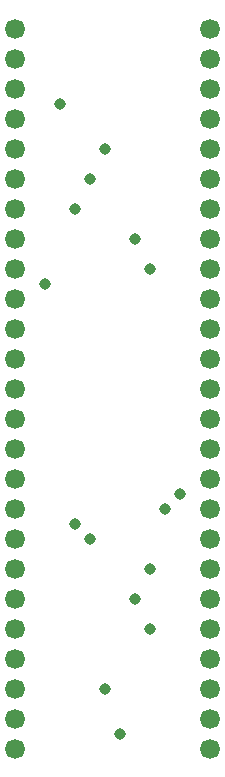
<source format=gbr>
G04 DesignSpark PCB Gerber Version 10.0 Build 5299*
%FSLAX35Y35*%
%MOIN*%
%ADD147C,0.03819*%
%ADD148C,0.06630*%
X0Y0D02*
D02*
D147*
X20250Y165250D03*
X25250Y225250D03*
X30250Y85250D03*
Y190250D03*
X35250Y80250D03*
Y200250D03*
X40250Y30250D03*
Y210250D03*
X45250Y15250D03*
X50250Y60250D03*
Y180250D03*
X55250Y50250D03*
Y70250D03*
Y170250D03*
X60250Y90250D03*
X65250Y95250D03*
D02*
D148*
X10250Y10250D03*
Y20250D03*
Y30250D03*
Y40250D03*
Y50250D03*
Y60250D03*
Y70250D03*
Y80250D03*
Y90250D03*
Y100250D03*
Y110250D03*
Y120250D03*
Y130250D03*
Y140250D03*
Y150250D03*
Y160250D03*
Y170250D03*
Y180250D03*
Y190250D03*
Y200250D03*
Y210250D03*
Y220250D03*
Y230250D03*
Y240250D03*
Y250250D03*
X75250Y10250D03*
Y20250D03*
Y30250D03*
Y40250D03*
Y50250D03*
Y60250D03*
Y70250D03*
Y80250D03*
Y90250D03*
Y100250D03*
Y110250D03*
Y120250D03*
Y130250D03*
Y140250D03*
Y150250D03*
Y160250D03*
Y170250D03*
Y180250D03*
Y190250D03*
Y200250D03*
Y210250D03*
Y220250D03*
Y230250D03*
Y240250D03*
Y250250D03*
X0Y0D02*
M02*

</source>
